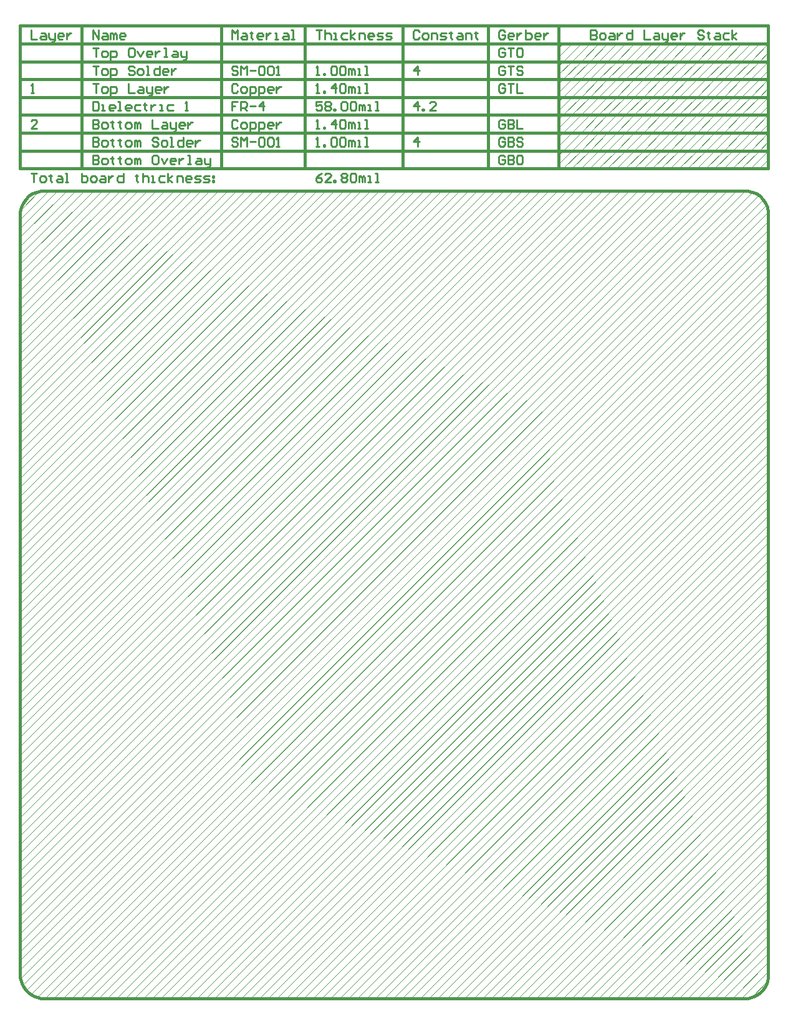
<source format=gbr>
%TF.GenerationSoftware,Altium Limited,Altium Designer,20.0.11 (256)*%
G04 Layer_Color=8388736*
%FSLAX26Y26*%
%MOIN*%
%TF.FileFunction,Other,Fab_Notes*%
%TF.Part,Single*%
G01*
G75*
%TA.AperFunction,NonConductor*%
%ADD113C,0.010000*%
%ADD170C,0.001000*%
%ADD175C,0.015000*%
D113*
X7245005Y4448284D02*
X7229099Y4440330D01*
X7213192Y4424424D01*
Y4408517D01*
X7221145Y4400564D01*
X7237052D01*
X7245005Y4408517D01*
Y4416471D01*
X7237052Y4424424D01*
X7213192D01*
X7292725Y4400564D02*
X7260912D01*
X7292725Y4432377D01*
Y4440330D01*
X7284771Y4448284D01*
X7268865D01*
X7260912Y4440330D01*
X7308631Y4400564D02*
Y4408517D01*
X7316584D01*
Y4400564D01*
X7308631D01*
X7348397Y4440330D02*
X7356350Y4448284D01*
X7372257D01*
X7380210Y4440330D01*
Y4432377D01*
X7372257Y4424424D01*
X7380210Y4416471D01*
Y4408517D01*
X7372257Y4400564D01*
X7356350D01*
X7348397Y4408517D01*
Y4416471D01*
X7356350Y4424424D01*
X7348397Y4432377D01*
Y4440330D01*
X7356350Y4424424D02*
X7372257D01*
X7396117Y4440330D02*
X7404070Y4448284D01*
X7419976D01*
X7427930Y4440330D01*
Y4408517D01*
X7419976Y4400564D01*
X7404070D01*
X7396117Y4408517D01*
Y4440330D01*
X7443836Y4400564D02*
Y4432377D01*
X7451789D01*
X7459743Y4424424D01*
Y4400564D01*
Y4424424D01*
X7467696Y4432377D01*
X7475649Y4424424D01*
Y4400564D01*
X7491556D02*
X7507462D01*
X7499509D01*
Y4432377D01*
X7491556D01*
X7531322Y4400564D02*
X7547228D01*
X7539275D01*
Y4448284D01*
X7531322D01*
X5689702D02*
X5721515D01*
X5705608D01*
Y4400564D01*
X5745375D02*
X5761281D01*
X5769234Y4408517D01*
Y4424424D01*
X5761281Y4432377D01*
X5745375D01*
X5737421Y4424424D01*
Y4408517D01*
X5745375Y4400564D01*
X5793094Y4440330D02*
Y4432377D01*
X5785141D01*
X5801047D01*
X5793094D01*
Y4408517D01*
X5801047Y4400564D01*
X5832860Y4432377D02*
X5848767D01*
X5856720Y4424424D01*
Y4400564D01*
X5832860D01*
X5824907Y4408517D01*
X5832860Y4416471D01*
X5856720D01*
X5872627Y4400564D02*
X5888533D01*
X5880580D01*
Y4448284D01*
X5872627D01*
X5960112D02*
Y4400564D01*
X5983972D01*
X5991925Y4408517D01*
Y4416471D01*
Y4424424D01*
X5983972Y4432377D01*
X5960112D01*
X6015785Y4400564D02*
X6031691D01*
X6039645Y4408517D01*
Y4424424D01*
X6031691Y4432377D01*
X6015785D01*
X6007832Y4424424D01*
Y4408517D01*
X6015785Y4400564D01*
X6063505Y4432377D02*
X6079411D01*
X6087364Y4424424D01*
Y4400564D01*
X6063505D01*
X6055551Y4408517D01*
X6063505Y4416471D01*
X6087364D01*
X6103271Y4432377D02*
Y4400564D01*
Y4416471D01*
X6111224Y4424424D01*
X6119177Y4432377D01*
X6127131D01*
X6182803Y4448284D02*
Y4400564D01*
X6158944D01*
X6150990Y4408517D01*
Y4424424D01*
X6158944Y4432377D01*
X6182803D01*
X6254382Y4440330D02*
Y4432377D01*
X6246429D01*
X6262336D01*
X6254382D01*
Y4408517D01*
X6262336Y4400564D01*
X6286195Y4448284D02*
Y4400564D01*
Y4424424D01*
X6294149Y4432377D01*
X6310055D01*
X6318008Y4424424D01*
Y4400564D01*
X6333915D02*
X6349822D01*
X6341868D01*
Y4432377D01*
X6333915D01*
X6405494D02*
X6381634D01*
X6373681Y4424424D01*
Y4408517D01*
X6381634Y4400564D01*
X6405494D01*
X6421401D02*
Y4448284D01*
Y4416471D02*
X6445260Y4432377D01*
X6421401Y4416471D02*
X6445260Y4400564D01*
X6469120D02*
Y4432377D01*
X6492980D01*
X6500933Y4424424D01*
Y4400564D01*
X6540699D02*
X6524793D01*
X6516840Y4408517D01*
Y4424424D01*
X6524793Y4432377D01*
X6540699D01*
X6548653Y4424424D01*
Y4416471D01*
X6516840D01*
X6564559Y4400564D02*
X6588419D01*
X6596372Y4408517D01*
X6588419Y4416471D01*
X6572512D01*
X6564559Y4424424D01*
X6572512Y4432377D01*
X6596372D01*
X6612279Y4400564D02*
X6636138D01*
X6644092Y4408517D01*
X6636138Y4416471D01*
X6620232D01*
X6612279Y4424424D01*
X6620232Y4432377D01*
X6644092D01*
X6659998D02*
X6667951D01*
Y4424424D01*
X6659998D01*
Y4432377D01*
Y4408517D02*
X6667951D01*
Y4400564D01*
X6659998D01*
Y4408517D01*
X8682061Y5212041D02*
Y5164322D01*
X8705921D01*
X8713874Y5172275D01*
Y5180228D01*
X8705921Y5188181D01*
X8682061D01*
X8705921D01*
X8713874Y5196135D01*
Y5204088D01*
X8705921Y5212041D01*
X8682061D01*
X8737734Y5164322D02*
X8753641D01*
X8761594Y5172275D01*
Y5188181D01*
X8753641Y5196135D01*
X8737734D01*
X8729781Y5188181D01*
Y5172275D01*
X8737734Y5164322D01*
X8785454Y5196135D02*
X8801360D01*
X8809313Y5188181D01*
Y5164322D01*
X8785454D01*
X8777500Y5172275D01*
X8785454Y5180228D01*
X8809313D01*
X8825220Y5196135D02*
Y5164322D01*
Y5180228D01*
X8833173Y5188181D01*
X8841126Y5196135D01*
X8849080D01*
X8904752Y5212041D02*
Y5164322D01*
X8880893D01*
X8872939Y5172275D01*
Y5188181D01*
X8880893Y5196135D01*
X8904752D01*
X8968378Y5212041D02*
Y5164322D01*
X9000191D01*
X9024051Y5196135D02*
X9039958D01*
X9047911Y5188181D01*
Y5164322D01*
X9024051D01*
X9016098Y5172275D01*
X9024051Y5180228D01*
X9047911D01*
X9063817Y5196135D02*
Y5172275D01*
X9071771Y5164322D01*
X9095630D01*
Y5156369D01*
X9087677Y5148415D01*
X9079724D01*
X9095630Y5164322D02*
Y5196135D01*
X9135397Y5164322D02*
X9119490D01*
X9111537Y5172275D01*
Y5188181D01*
X9119490Y5196135D01*
X9135397D01*
X9143350Y5188181D01*
Y5180228D01*
X9111537D01*
X9159256Y5196135D02*
Y5164322D01*
Y5180228D01*
X9167210Y5188181D01*
X9175163Y5196135D01*
X9183116D01*
X9286508Y5204088D02*
X9278555Y5212041D01*
X9262649D01*
X9254695Y5204088D01*
Y5196135D01*
X9262649Y5188181D01*
X9278555D01*
X9286508Y5180228D01*
Y5172275D01*
X9278555Y5164322D01*
X9262649D01*
X9254695Y5172275D01*
X9310368Y5204088D02*
Y5196135D01*
X9302415D01*
X9318321D01*
X9310368D01*
Y5172275D01*
X9318321Y5164322D01*
X9350134Y5196135D02*
X9366041D01*
X9373994Y5188181D01*
Y5164322D01*
X9350134D01*
X9342181Y5172275D01*
X9350134Y5180228D01*
X9373994D01*
X9421714Y5196135D02*
X9397854D01*
X9389901Y5188181D01*
Y5172275D01*
X9397854Y5164322D01*
X9421714D01*
X9437620D02*
Y5212041D01*
Y5180228D02*
X9461480Y5196135D01*
X9437620Y5180228D02*
X9461480Y5164322D01*
X8223550Y5108618D02*
X8215597Y5116572D01*
X8199690D01*
X8191737Y5108618D01*
Y5076805D01*
X8199690Y5068852D01*
X8215597D01*
X8223550Y5076805D01*
Y5092712D01*
X8207644D01*
X8239457Y5116572D02*
X8271270D01*
X8255363D01*
Y5068852D01*
X8311036Y5116572D02*
X8295129D01*
X8287176Y5108618D01*
Y5076805D01*
X8295129Y5068852D01*
X8311036D01*
X8318989Y5076805D01*
Y5108618D01*
X8311036Y5116572D01*
X8223550Y5013149D02*
X8215597Y5021102D01*
X8199690D01*
X8191737Y5013149D01*
Y4981336D01*
X8199690Y4973382D01*
X8215597D01*
X8223550Y4981336D01*
Y4997242D01*
X8207644D01*
X8239457Y5021102D02*
X8271270D01*
X8255363D01*
Y4973382D01*
X8318989Y5013149D02*
X8311036Y5021102D01*
X8295129D01*
X8287176Y5013149D01*
Y5005195D01*
X8295129Y4997242D01*
X8311036D01*
X8318989Y4989289D01*
Y4981336D01*
X8311036Y4973382D01*
X8295129D01*
X8287176Y4981336D01*
X8223550Y4917679D02*
X8215597Y4925632D01*
X8199690D01*
X8191737Y4917679D01*
Y4885866D01*
X8199690Y4877913D01*
X8215597D01*
X8223550Y4885866D01*
Y4901772D01*
X8207644D01*
X8239457Y4925632D02*
X8271270D01*
X8255363D01*
Y4877913D01*
X8287176Y4925632D02*
Y4877913D01*
X8318989D01*
X8223550Y4726739D02*
X8215597Y4734693D01*
X8199690D01*
X8191737Y4726739D01*
Y4694926D01*
X8199690Y4686973D01*
X8215597D01*
X8223550Y4694926D01*
Y4710833D01*
X8207644D01*
X8239457Y4734693D02*
Y4686973D01*
X8263316D01*
X8271270Y4694926D01*
Y4702880D01*
X8263316Y4710833D01*
X8239457D01*
X8263316D01*
X8271270Y4718786D01*
Y4726739D01*
X8263316Y4734693D01*
X8239457D01*
X8287176D02*
Y4686973D01*
X8318989D01*
X8223550Y4631270D02*
X8215597Y4639223D01*
X8199690D01*
X8191737Y4631270D01*
Y4599457D01*
X8199690Y4591504D01*
X8215597D01*
X8223550Y4599457D01*
Y4615363D01*
X8207644D01*
X8239457Y4639223D02*
Y4591504D01*
X8263316D01*
X8271270Y4599457D01*
Y4607410D01*
X8263316Y4615363D01*
X8239457D01*
X8263316D01*
X8271270Y4623317D01*
Y4631270D01*
X8263316Y4639223D01*
X8239457D01*
X8318989Y4631270D02*
X8311036Y4639223D01*
X8295129D01*
X8287176Y4631270D01*
Y4623317D01*
X8295129Y4615363D01*
X8311036D01*
X8318989Y4607410D01*
Y4599457D01*
X8311036Y4591504D01*
X8295129D01*
X8287176Y4599457D01*
X8223550Y4535800D02*
X8215597Y4543753D01*
X8199690D01*
X8191737Y4535800D01*
Y4503987D01*
X8199690Y4496034D01*
X8215597D01*
X8223550Y4503987D01*
Y4519894D01*
X8207644D01*
X8239457Y4543753D02*
Y4496034D01*
X8263316D01*
X8271270Y4503987D01*
Y4511940D01*
X8263316Y4519894D01*
X8239457D01*
X8263316D01*
X8271270Y4527847D01*
Y4535800D01*
X8263316Y4543753D01*
X8239457D01*
X8311036D02*
X8295129D01*
X8287176Y4535800D01*
Y4503987D01*
X8295129Y4496034D01*
X8311036D01*
X8318989Y4503987D01*
Y4535800D01*
X8311036Y4543753D01*
X8223550Y5204088D02*
X8215597Y5212041D01*
X8199690D01*
X8191737Y5204088D01*
Y5172275D01*
X8199690Y5164322D01*
X8215597D01*
X8223550Y5172275D01*
Y5188181D01*
X8207644D01*
X8263316Y5164322D02*
X8247410D01*
X8239457Y5172275D01*
Y5188181D01*
X8247410Y5196135D01*
X8263316D01*
X8271270Y5188181D01*
Y5180228D01*
X8239457D01*
X8287176Y5196135D02*
Y5164322D01*
Y5180228D01*
X8295129Y5188181D01*
X8303083Y5196135D01*
X8311036D01*
X8334896Y5212041D02*
Y5164322D01*
X8358755D01*
X8366709Y5172275D01*
Y5180228D01*
Y5188181D01*
X8358755Y5196135D01*
X8334896D01*
X8406475Y5164322D02*
X8390568D01*
X8382615Y5172275D01*
Y5188181D01*
X8390568Y5196135D01*
X8406475D01*
X8414428Y5188181D01*
Y5180228D01*
X8382615D01*
X8430335Y5196135D02*
Y5164322D01*
Y5180228D01*
X8438288Y5188181D01*
X8446241Y5196135D01*
X8454194D01*
X7758137Y4973382D02*
Y5021102D01*
X7734278Y4997242D01*
X7766091D01*
X7758137Y4782443D02*
Y4830163D01*
X7734278Y4806303D01*
X7766091D01*
X7781997Y4782443D02*
Y4790396D01*
X7789950D01*
Y4782443D01*
X7781997D01*
X7853576D02*
X7821763D01*
X7853576Y4814256D01*
Y4822209D01*
X7845623Y4830163D01*
X7829716D01*
X7821763Y4822209D01*
X7758137Y4591504D02*
Y4639223D01*
X7734278Y4615363D01*
X7766091D01*
Y5204088D02*
X7758137Y5212041D01*
X7742231D01*
X7734278Y5204088D01*
Y5172275D01*
X7742231Y5164322D01*
X7758137D01*
X7766091Y5172275D01*
X7789950Y5164322D02*
X7805857D01*
X7813810Y5172275D01*
Y5188181D01*
X7805857Y5196135D01*
X7789950D01*
X7781997Y5188181D01*
Y5172275D01*
X7789950Y5164322D01*
X7829717D02*
Y5196135D01*
X7853576D01*
X7861529Y5188181D01*
Y5164322D01*
X7877436D02*
X7901296D01*
X7909249Y5172275D01*
X7901296Y5180228D01*
X7885389D01*
X7877436Y5188181D01*
X7885389Y5196135D01*
X7909249D01*
X7933109Y5204088D02*
Y5196135D01*
X7925155D01*
X7941062D01*
X7933109D01*
Y5172275D01*
X7941062Y5164322D01*
X7972875Y5196135D02*
X7988781D01*
X7996735Y5188181D01*
Y5164322D01*
X7972875D01*
X7964922Y5172275D01*
X7972875Y5180228D01*
X7996735D01*
X8012641Y5164322D02*
Y5196135D01*
X8036501D01*
X8044454Y5188181D01*
Y5164322D01*
X8068314Y5204088D02*
Y5196135D01*
X8060361D01*
X8076267D01*
X8068314D01*
Y5172275D01*
X8076267Y5164322D01*
X7213192Y4973382D02*
X7229099D01*
X7221145D01*
Y5021102D01*
X7213192Y5013149D01*
X7252958Y4973382D02*
Y4981336D01*
X7260911D01*
Y4973382D01*
X7252958D01*
X7292724Y5013149D02*
X7300678Y5021102D01*
X7316584D01*
X7324537Y5013149D01*
Y4981336D01*
X7316584Y4973382D01*
X7300678D01*
X7292724Y4981336D01*
Y5013149D01*
X7340444D02*
X7348397Y5021102D01*
X7364304D01*
X7372257Y5013149D01*
Y4981336D01*
X7364304Y4973382D01*
X7348397D01*
X7340444Y4981336D01*
Y5013149D01*
X7388163Y4973382D02*
Y5005195D01*
X7396117D01*
X7404070Y4997242D01*
Y4973382D01*
Y4997242D01*
X7412023Y5005195D01*
X7419976Y4997242D01*
Y4973382D01*
X7435883D02*
X7451789D01*
X7443836D01*
Y5005195D01*
X7435883D01*
X7475649Y4973382D02*
X7491556D01*
X7483602D01*
Y5021102D01*
X7475649D01*
X7213192Y4877913D02*
X7229099D01*
X7221145D01*
Y4925632D01*
X7213192Y4917679D01*
X7252958Y4877913D02*
Y4885866D01*
X7260911D01*
Y4877913D01*
X7252958D01*
X7316584D02*
Y4925632D01*
X7292724Y4901772D01*
X7324537D01*
X7340444Y4917679D02*
X7348397Y4925632D01*
X7364304D01*
X7372257Y4917679D01*
Y4885866D01*
X7364304Y4877913D01*
X7348397D01*
X7340444Y4885866D01*
Y4917679D01*
X7388163Y4877913D02*
Y4909726D01*
X7396117D01*
X7404070Y4901772D01*
Y4877913D01*
Y4901772D01*
X7412023Y4909726D01*
X7419976Y4901772D01*
Y4877913D01*
X7435883D02*
X7451789D01*
X7443836D01*
Y4909726D01*
X7435883D01*
X7475649Y4877913D02*
X7491556D01*
X7483602D01*
Y4925632D01*
X7475649D01*
X7245005Y4830163D02*
X7213192D01*
Y4806303D01*
X7229099Y4814256D01*
X7237052D01*
X7245005Y4806303D01*
Y4790396D01*
X7237052Y4782443D01*
X7221145D01*
X7213192Y4790396D01*
X7260912Y4822209D02*
X7268865Y4830163D01*
X7284771D01*
X7292725Y4822209D01*
Y4814256D01*
X7284771Y4806303D01*
X7292725Y4798350D01*
Y4790396D01*
X7284771Y4782443D01*
X7268865D01*
X7260912Y4790396D01*
Y4798350D01*
X7268865Y4806303D01*
X7260912Y4814256D01*
Y4822209D01*
X7268865Y4806303D02*
X7284771D01*
X7308631Y4782443D02*
Y4790396D01*
X7316584D01*
Y4782443D01*
X7308631D01*
X7348397Y4822209D02*
X7356350Y4830163D01*
X7372257D01*
X7380210Y4822209D01*
Y4790396D01*
X7372257Y4782443D01*
X7356350D01*
X7348397Y4790396D01*
Y4822209D01*
X7396117D02*
X7404070Y4830163D01*
X7419976D01*
X7427930Y4822209D01*
Y4790396D01*
X7419976Y4782443D01*
X7404070D01*
X7396117Y4790396D01*
Y4822209D01*
X7443836Y4782443D02*
Y4814256D01*
X7451789D01*
X7459743Y4806303D01*
Y4782443D01*
Y4806303D01*
X7467696Y4814256D01*
X7475649Y4806303D01*
Y4782443D01*
X7491556D02*
X7507462D01*
X7499509D01*
Y4814256D01*
X7491556D01*
X7531322Y4782443D02*
X7547228D01*
X7539275D01*
Y4830163D01*
X7531322D01*
X7213192Y4686973D02*
X7229099D01*
X7221145D01*
Y4734693D01*
X7213192Y4726739D01*
X7252958Y4686973D02*
Y4694926D01*
X7260911D01*
Y4686973D01*
X7252958D01*
X7316584D02*
Y4734693D01*
X7292724Y4710833D01*
X7324537D01*
X7340444Y4726739D02*
X7348397Y4734693D01*
X7364304D01*
X7372257Y4726739D01*
Y4694926D01*
X7364304Y4686973D01*
X7348397D01*
X7340444Y4694926D01*
Y4726739D01*
X7388163Y4686973D02*
Y4718786D01*
X7396117D01*
X7404070Y4710833D01*
Y4686973D01*
Y4710833D01*
X7412023Y4718786D01*
X7419976Y4710833D01*
Y4686973D01*
X7435883D02*
X7451789D01*
X7443836D01*
Y4718786D01*
X7435883D01*
X7475649Y4686973D02*
X7491556D01*
X7483602D01*
Y4734693D01*
X7475649D01*
X7213192Y4591504D02*
X7229099D01*
X7221145D01*
Y4639223D01*
X7213192Y4631270D01*
X7252958Y4591504D02*
Y4599457D01*
X7260911D01*
Y4591504D01*
X7252958D01*
X7292724Y4631270D02*
X7300678Y4639223D01*
X7316584D01*
X7324537Y4631270D01*
Y4599457D01*
X7316584Y4591504D01*
X7300678D01*
X7292724Y4599457D01*
Y4631270D01*
X7340444D02*
X7348397Y4639223D01*
X7364304D01*
X7372257Y4631270D01*
Y4599457D01*
X7364304Y4591504D01*
X7348397D01*
X7340444Y4599457D01*
Y4631270D01*
X7388163Y4591504D02*
Y4623317D01*
X7396117D01*
X7404070Y4615363D01*
Y4591504D01*
Y4615363D01*
X7412023Y4623317D01*
X7419976Y4615363D01*
Y4591504D01*
X7435883D02*
X7451789D01*
X7443836D01*
Y4623317D01*
X7435883D01*
X7475649Y4591504D02*
X7491556D01*
X7483602D01*
Y4639223D01*
X7475649D01*
X7213192Y5212041D02*
X7245005D01*
X7229099D01*
Y5164322D01*
X7260912Y5212041D02*
Y5164322D01*
Y5188181D01*
X7268865Y5196135D01*
X7284771D01*
X7292725Y5188181D01*
Y5164322D01*
X7308631D02*
X7324538D01*
X7316584D01*
Y5196135D01*
X7308631D01*
X7380210D02*
X7356350D01*
X7348397Y5188181D01*
Y5172275D01*
X7356350Y5164322D01*
X7380210D01*
X7396117D02*
Y5212041D01*
Y5180228D02*
X7419976Y5196135D01*
X7396117Y5180228D02*
X7419976Y5164322D01*
X7443836D02*
Y5196135D01*
X7467696D01*
X7475649Y5188181D01*
Y5164322D01*
X7515415D02*
X7499509D01*
X7491556Y5172275D01*
Y5188181D01*
X7499509Y5196135D01*
X7515415D01*
X7523369Y5188181D01*
Y5180228D01*
X7491556D01*
X7539275Y5164322D02*
X7563135D01*
X7571088Y5172275D01*
X7563135Y5180228D01*
X7547228D01*
X7539275Y5188181D01*
X7547228Y5196135D01*
X7571088D01*
X7586995Y5164322D02*
X7610854D01*
X7618808Y5172275D01*
X7610854Y5180228D01*
X7594948D01*
X7586995Y5188181D01*
X7594948Y5196135D01*
X7618808D01*
X6795499Y5013149D02*
X6787546Y5021102D01*
X6771639D01*
X6763686Y5013149D01*
Y5005195D01*
X6771639Y4997242D01*
X6787546D01*
X6795499Y4989289D01*
Y4981336D01*
X6787546Y4973382D01*
X6771639D01*
X6763686Y4981336D01*
X6811405Y4973382D02*
Y5021102D01*
X6827312Y5005195D01*
X6843218Y5021102D01*
Y4973382D01*
X6859125Y4997242D02*
X6890938D01*
X6906844Y5013149D02*
X6914797Y5021102D01*
X6930704D01*
X6938657Y5013149D01*
Y4981336D01*
X6930704Y4973382D01*
X6914797D01*
X6906844Y4981336D01*
Y5013149D01*
X6954564D02*
X6962517Y5021102D01*
X6978423D01*
X6986377Y5013149D01*
Y4981336D01*
X6978423Y4973382D01*
X6962517D01*
X6954564Y4981336D01*
Y5013149D01*
X7002283Y4973382D02*
X7018190D01*
X7010236D01*
Y5021102D01*
X7002283Y5013149D01*
X6795499Y4917679D02*
X6787546Y4925632D01*
X6771639D01*
X6763686Y4917679D01*
Y4885866D01*
X6771639Y4877913D01*
X6787546D01*
X6795499Y4885866D01*
X6819359Y4877913D02*
X6835265D01*
X6843218Y4885866D01*
Y4901772D01*
X6835265Y4909726D01*
X6819359D01*
X6811405Y4901772D01*
Y4885866D01*
X6819359Y4877913D01*
X6859125Y4862006D02*
Y4909726D01*
X6882984D01*
X6890938Y4901772D01*
Y4885866D01*
X6882984Y4877913D01*
X6859125D01*
X6906844Y4862006D02*
Y4909726D01*
X6930704D01*
X6938657Y4901772D01*
Y4885866D01*
X6930704Y4877913D01*
X6906844D01*
X6978423D02*
X6962517D01*
X6954564Y4885866D01*
Y4901772D01*
X6962517Y4909726D01*
X6978423D01*
X6986377Y4901772D01*
Y4893819D01*
X6954564D01*
X7002283Y4909726D02*
Y4877913D01*
Y4893819D01*
X7010236Y4901772D01*
X7018190Y4909726D01*
X7026143D01*
X6795499Y4830163D02*
X6763686D01*
Y4806303D01*
X6779592D01*
X6763686D01*
Y4782443D01*
X6811405D02*
Y4830163D01*
X6835265D01*
X6843218Y4822209D01*
Y4806303D01*
X6835265Y4798350D01*
X6811405D01*
X6827312D02*
X6843218Y4782443D01*
X6859125Y4806303D02*
X6890938D01*
X6930704Y4782443D02*
Y4830163D01*
X6906844Y4806303D01*
X6938657D01*
X6795499Y4726739D02*
X6787546Y4734693D01*
X6771639D01*
X6763686Y4726739D01*
Y4694926D01*
X6771639Y4686973D01*
X6787546D01*
X6795499Y4694926D01*
X6819359Y4686973D02*
X6835265D01*
X6843218Y4694926D01*
Y4710833D01*
X6835265Y4718786D01*
X6819359D01*
X6811405Y4710833D01*
Y4694926D01*
X6819359Y4686973D01*
X6859125Y4671067D02*
Y4718786D01*
X6882984D01*
X6890938Y4710833D01*
Y4694926D01*
X6882984Y4686973D01*
X6859125D01*
X6906844Y4671067D02*
Y4718786D01*
X6930704D01*
X6938657Y4710833D01*
Y4694926D01*
X6930704Y4686973D01*
X6906844D01*
X6978423D02*
X6962517D01*
X6954564Y4694926D01*
Y4710833D01*
X6962517Y4718786D01*
X6978423D01*
X6986377Y4710833D01*
Y4702880D01*
X6954564D01*
X7002283Y4718786D02*
Y4686973D01*
Y4702880D01*
X7010236Y4710833D01*
X7018190Y4718786D01*
X7026143D01*
X6795499Y4631270D02*
X6787546Y4639223D01*
X6771639D01*
X6763686Y4631270D01*
Y4623317D01*
X6771639Y4615363D01*
X6787546D01*
X6795499Y4607410D01*
Y4599457D01*
X6787546Y4591504D01*
X6771639D01*
X6763686Y4599457D01*
X6811405Y4591504D02*
Y4639223D01*
X6827312Y4623317D01*
X6843218Y4639223D01*
Y4591504D01*
X6859125Y4615363D02*
X6890938D01*
X6906844Y4631270D02*
X6914797Y4639223D01*
X6930704D01*
X6938657Y4631270D01*
Y4599457D01*
X6930704Y4591504D01*
X6914797D01*
X6906844Y4599457D01*
Y4631270D01*
X6954564D02*
X6962517Y4639223D01*
X6978423D01*
X6986377Y4631270D01*
Y4599457D01*
X6978423Y4591504D01*
X6962517D01*
X6954564Y4599457D01*
Y4631270D01*
X7002283Y4591504D02*
X7018190D01*
X7010236D01*
Y4639223D01*
X7002283Y4631270D01*
X6763686Y5164322D02*
Y5212041D01*
X6779592Y5196135D01*
X6795499Y5212041D01*
Y5164322D01*
X6819359Y5196135D02*
X6835265D01*
X6843218Y5188181D01*
Y5164322D01*
X6819359D01*
X6811405Y5172275D01*
X6819359Y5180228D01*
X6843218D01*
X6867078Y5204088D02*
Y5196135D01*
X6859125D01*
X6875031D01*
X6867078D01*
Y5172275D01*
X6875031Y5164322D01*
X6922751D02*
X6906844D01*
X6898891Y5172275D01*
Y5188181D01*
X6906844Y5196135D01*
X6922751D01*
X6930704Y5188181D01*
Y5180228D01*
X6898891D01*
X6946610Y5196135D02*
Y5164322D01*
Y5180228D01*
X6954564Y5188181D01*
X6962517Y5196135D01*
X6970470D01*
X6994330Y5164322D02*
X7010236D01*
X7002283D01*
Y5196135D01*
X6994330D01*
X7042049D02*
X7057956D01*
X7065909Y5188181D01*
Y5164322D01*
X7042049D01*
X7034096Y5172275D01*
X7042049Y5180228D01*
X7065909D01*
X7081816Y5164322D02*
X7097722D01*
X7089769D01*
Y5212041D01*
X7081816D01*
X6019909Y5116572D02*
X6051722D01*
X6035816D01*
Y5068852D01*
X6075582D02*
X6091489D01*
X6099442Y5076805D01*
Y5092712D01*
X6091489Y5100665D01*
X6075582D01*
X6067629Y5092712D01*
Y5076805D01*
X6075582Y5068852D01*
X6115348Y5052946D02*
Y5100665D01*
X6139208D01*
X6147161Y5092712D01*
Y5076805D01*
X6139208Y5068852D01*
X6115348D01*
X6234647Y5116572D02*
X6218741D01*
X6210787Y5108618D01*
Y5076805D01*
X6218741Y5068852D01*
X6234647D01*
X6242600Y5076805D01*
Y5108618D01*
X6234647Y5116572D01*
X6258507Y5100665D02*
X6274413Y5068852D01*
X6290320Y5100665D01*
X6330086Y5068852D02*
X6314180D01*
X6306226Y5076805D01*
Y5092712D01*
X6314180Y5100665D01*
X6330086D01*
X6338039Y5092712D01*
Y5084759D01*
X6306226D01*
X6353946Y5100665D02*
Y5068852D01*
Y5084759D01*
X6361899Y5092712D01*
X6369852Y5100665D01*
X6377806D01*
X6401665Y5068852D02*
X6417572D01*
X6409619D01*
Y5116572D01*
X6401665D01*
X6449385Y5100665D02*
X6465291D01*
X6473245Y5092712D01*
Y5068852D01*
X6449385D01*
X6441432Y5076805D01*
X6449385Y5084759D01*
X6473245D01*
X6489151Y5100665D02*
Y5076805D01*
X6497104Y5068852D01*
X6520964D01*
Y5060899D01*
X6513011Y5052946D01*
X6505058D01*
X6520964Y5068852D02*
Y5100665D01*
X6019909Y5021102D02*
X6051722D01*
X6035816D01*
Y4973382D01*
X6075582D02*
X6091489D01*
X6099442Y4981336D01*
Y4997242D01*
X6091489Y5005195D01*
X6075582D01*
X6067629Y4997242D01*
Y4981336D01*
X6075582Y4973382D01*
X6115348Y4957476D02*
Y5005195D01*
X6139208D01*
X6147161Y4997242D01*
Y4981336D01*
X6139208Y4973382D01*
X6115348D01*
X6242600Y5013149D02*
X6234647Y5021102D01*
X6218741D01*
X6210787Y5013149D01*
Y5005195D01*
X6218741Y4997242D01*
X6234647D01*
X6242600Y4989289D01*
Y4981336D01*
X6234647Y4973382D01*
X6218741D01*
X6210787Y4981336D01*
X6266460Y4973382D02*
X6282367D01*
X6290320Y4981336D01*
Y4997242D01*
X6282367Y5005195D01*
X6266460D01*
X6258507Y4997242D01*
Y4981336D01*
X6266460Y4973382D01*
X6306226D02*
X6322133D01*
X6314180D01*
Y5021102D01*
X6306226D01*
X6377806D02*
Y4973382D01*
X6353946D01*
X6345993Y4981336D01*
Y4997242D01*
X6353946Y5005195D01*
X6377806D01*
X6417572Y4973382D02*
X6401665D01*
X6393712Y4981336D01*
Y4997242D01*
X6401665Y5005195D01*
X6417572D01*
X6425525Y4997242D01*
Y4989289D01*
X6393712D01*
X6441432Y5005195D02*
Y4973382D01*
Y4989289D01*
X6449385Y4997242D01*
X6457338Y5005195D01*
X6465291D01*
X6019909Y4925632D02*
X6051722D01*
X6035816D01*
Y4877913D01*
X6075582D02*
X6091489D01*
X6099442Y4885866D01*
Y4901772D01*
X6091489Y4909726D01*
X6075582D01*
X6067629Y4901772D01*
Y4885866D01*
X6075582Y4877913D01*
X6115348Y4862006D02*
Y4909726D01*
X6139208D01*
X6147161Y4901772D01*
Y4885866D01*
X6139208Y4877913D01*
X6115348D01*
X6210787Y4925632D02*
Y4877913D01*
X6242600D01*
X6266460Y4909726D02*
X6282367D01*
X6290320Y4901772D01*
Y4877913D01*
X6266460D01*
X6258507Y4885866D01*
X6266460Y4893819D01*
X6290320D01*
X6306226Y4909726D02*
Y4885866D01*
X6314180Y4877913D01*
X6338039D01*
Y4869959D01*
X6330086Y4862006D01*
X6322133D01*
X6338039Y4877913D02*
Y4909726D01*
X6377806Y4877913D02*
X6361899D01*
X6353946Y4885866D01*
Y4901772D01*
X6361899Y4909726D01*
X6377806D01*
X6385759Y4901772D01*
Y4893819D01*
X6353946D01*
X6401665Y4909726D02*
Y4877913D01*
Y4893819D01*
X6409619Y4901772D01*
X6417572Y4909726D01*
X6425525D01*
X6019909Y4830163D02*
Y4782443D01*
X6043769D01*
X6051722Y4790396D01*
Y4822209D01*
X6043769Y4830163D01*
X6019909D01*
X6067629Y4782443D02*
X6083535D01*
X6075582D01*
Y4814256D01*
X6067629D01*
X6131255Y4782443D02*
X6115348D01*
X6107395Y4790396D01*
Y4806303D01*
X6115348Y4814256D01*
X6131255D01*
X6139208Y4806303D01*
Y4798350D01*
X6107395D01*
X6155115Y4782443D02*
X6171021D01*
X6163068D01*
Y4830163D01*
X6155115D01*
X6218740Y4782443D02*
X6202834D01*
X6194881Y4790396D01*
Y4806303D01*
X6202834Y4814256D01*
X6218740D01*
X6226694Y4806303D01*
Y4798350D01*
X6194881D01*
X6274413Y4814256D02*
X6250553D01*
X6242600Y4806303D01*
Y4790396D01*
X6250553Y4782443D01*
X6274413D01*
X6298273Y4822209D02*
Y4814256D01*
X6290320D01*
X6306226D01*
X6298273D01*
Y4790396D01*
X6306226Y4782443D01*
X6330086Y4814256D02*
Y4782443D01*
Y4798350D01*
X6338039Y4806303D01*
X6345993Y4814256D01*
X6353946D01*
X6377806Y4782443D02*
X6393712D01*
X6385759D01*
Y4814256D01*
X6377806D01*
X6449385D02*
X6425525D01*
X6417572Y4806303D01*
Y4790396D01*
X6425525Y4782443D01*
X6449385D01*
X6513011D02*
X6528917D01*
X6520964D01*
Y4830163D01*
X6513011Y4822209D01*
X6019909Y4734693D02*
Y4686973D01*
X6043769D01*
X6051722Y4694926D01*
Y4702880D01*
X6043769Y4710833D01*
X6019909D01*
X6043769D01*
X6051722Y4718786D01*
Y4726739D01*
X6043769Y4734693D01*
X6019909D01*
X6075582Y4686973D02*
X6091489D01*
X6099442Y4694926D01*
Y4710833D01*
X6091489Y4718786D01*
X6075582D01*
X6067629Y4710833D01*
Y4694926D01*
X6075582Y4686973D01*
X6123302Y4726739D02*
Y4718786D01*
X6115348D01*
X6131255D01*
X6123302D01*
Y4694926D01*
X6131255Y4686973D01*
X6163068Y4726739D02*
Y4718786D01*
X6155115D01*
X6171021D01*
X6163068D01*
Y4694926D01*
X6171021Y4686973D01*
X6202834D02*
X6218740D01*
X6226694Y4694926D01*
Y4710833D01*
X6218740Y4718786D01*
X6202834D01*
X6194881Y4710833D01*
Y4694926D01*
X6202834Y4686973D01*
X6242600D02*
Y4718786D01*
X6250553D01*
X6258507Y4710833D01*
Y4686973D01*
Y4710833D01*
X6266460Y4718786D01*
X6274413Y4710833D01*
Y4686973D01*
X6338039Y4734693D02*
Y4686973D01*
X6369852D01*
X6393712Y4718786D02*
X6409618D01*
X6417572Y4710833D01*
Y4686973D01*
X6393712D01*
X6385759Y4694926D01*
X6393712Y4702880D01*
X6417572D01*
X6433478Y4718786D02*
Y4694926D01*
X6441431Y4686973D01*
X6465291D01*
Y4679020D01*
X6457338Y4671067D01*
X6449385D01*
X6465291Y4686973D02*
Y4718786D01*
X6505057Y4686973D02*
X6489151D01*
X6481198Y4694926D01*
Y4710833D01*
X6489151Y4718786D01*
X6505057D01*
X6513011Y4710833D01*
Y4702880D01*
X6481198D01*
X6528917Y4718786D02*
Y4686973D01*
Y4702880D01*
X6536870Y4710833D01*
X6544824Y4718786D01*
X6552777D01*
X6019909Y4639223D02*
Y4591504D01*
X6043769D01*
X6051722Y4599457D01*
Y4607410D01*
X6043769Y4615363D01*
X6019909D01*
X6043769D01*
X6051722Y4623317D01*
Y4631270D01*
X6043769Y4639223D01*
X6019909D01*
X6075582Y4591504D02*
X6091489D01*
X6099442Y4599457D01*
Y4615363D01*
X6091489Y4623317D01*
X6075582D01*
X6067629Y4615363D01*
Y4599457D01*
X6075582Y4591504D01*
X6123302Y4631270D02*
Y4623317D01*
X6115348D01*
X6131255D01*
X6123302D01*
Y4599457D01*
X6131255Y4591504D01*
X6163068Y4631270D02*
Y4623317D01*
X6155115D01*
X6171021D01*
X6163068D01*
Y4599457D01*
X6171021Y4591504D01*
X6202834D02*
X6218740D01*
X6226694Y4599457D01*
Y4615363D01*
X6218740Y4623317D01*
X6202834D01*
X6194881Y4615363D01*
Y4599457D01*
X6202834Y4591504D01*
X6242600D02*
Y4623317D01*
X6250553D01*
X6258507Y4615363D01*
Y4591504D01*
Y4615363D01*
X6266460Y4623317D01*
X6274413Y4615363D01*
Y4591504D01*
X6369852Y4631270D02*
X6361899Y4639223D01*
X6345993D01*
X6338039Y4631270D01*
Y4623317D01*
X6345993Y4615363D01*
X6361899D01*
X6369852Y4607410D01*
Y4599457D01*
X6361899Y4591504D01*
X6345993D01*
X6338039Y4599457D01*
X6393712Y4591504D02*
X6409618D01*
X6417572Y4599457D01*
Y4615363D01*
X6409618Y4623317D01*
X6393712D01*
X6385759Y4615363D01*
Y4599457D01*
X6393712Y4591504D01*
X6433478D02*
X6449385D01*
X6441431D01*
Y4639223D01*
X6433478D01*
X6505057D02*
Y4591504D01*
X6481198D01*
X6473244Y4599457D01*
Y4615363D01*
X6481198Y4623317D01*
X6505057D01*
X6544824Y4591504D02*
X6528917D01*
X6520964Y4599457D01*
Y4615363D01*
X6528917Y4623317D01*
X6544824D01*
X6552777Y4615363D01*
Y4607410D01*
X6520964D01*
X6568684Y4623317D02*
Y4591504D01*
Y4607410D01*
X6576637Y4615363D01*
X6584590Y4623317D01*
X6592543D01*
X6019909Y4543753D02*
Y4496034D01*
X6043769D01*
X6051722Y4503987D01*
Y4511940D01*
X6043769Y4519894D01*
X6019909D01*
X6043769D01*
X6051722Y4527847D01*
Y4535800D01*
X6043769Y4543753D01*
X6019909D01*
X6075582Y4496034D02*
X6091489D01*
X6099442Y4503987D01*
Y4519894D01*
X6091489Y4527847D01*
X6075582D01*
X6067629Y4519894D01*
Y4503987D01*
X6075582Y4496034D01*
X6123302Y4535800D02*
Y4527847D01*
X6115348D01*
X6131255D01*
X6123302D01*
Y4503987D01*
X6131255Y4496034D01*
X6163068Y4535800D02*
Y4527847D01*
X6155115D01*
X6171021D01*
X6163068D01*
Y4503987D01*
X6171021Y4496034D01*
X6202834D02*
X6218740D01*
X6226694Y4503987D01*
Y4519894D01*
X6218740Y4527847D01*
X6202834D01*
X6194881Y4519894D01*
Y4503987D01*
X6202834Y4496034D01*
X6242600D02*
Y4527847D01*
X6250553D01*
X6258507Y4519894D01*
Y4496034D01*
Y4519894D01*
X6266460Y4527847D01*
X6274413Y4519894D01*
Y4496034D01*
X6361899Y4543753D02*
X6345993D01*
X6338039Y4535800D01*
Y4503987D01*
X6345993Y4496034D01*
X6361899D01*
X6369852Y4503987D01*
Y4535800D01*
X6361899Y4543753D01*
X6385759Y4527847D02*
X6401665Y4496034D01*
X6417572Y4527847D01*
X6457338Y4496034D02*
X6441431D01*
X6433478Y4503987D01*
Y4519894D01*
X6441431Y4527847D01*
X6457338D01*
X6465291Y4519894D01*
Y4511940D01*
X6433478D01*
X6481198Y4527847D02*
Y4496034D01*
Y4511940D01*
X6489151Y4519894D01*
X6497104Y4527847D01*
X6505057D01*
X6528917Y4496034D02*
X6544824D01*
X6536870D01*
Y4543753D01*
X6528917D01*
X6576637Y4527847D02*
X6592543D01*
X6600497Y4519894D01*
Y4496034D01*
X6576637D01*
X6568684Y4503987D01*
X6576637Y4511940D01*
X6600497D01*
X6616403Y4527847D02*
Y4503987D01*
X6624356Y4496034D01*
X6648216D01*
Y4488081D01*
X6640263Y4480127D01*
X6632310D01*
X6648216Y4496034D02*
Y4527847D01*
X6019909Y5164322D02*
Y5212041D01*
X6051722Y5164322D01*
Y5212041D01*
X6075582Y5196135D02*
X6091489D01*
X6099442Y5188181D01*
Y5164322D01*
X6075582D01*
X6067629Y5172275D01*
X6075582Y5180228D01*
X6099442D01*
X6115348Y5164322D02*
Y5196135D01*
X6123302D01*
X6131255Y5188181D01*
Y5164322D01*
Y5188181D01*
X6139208Y5196135D01*
X6147161Y5188181D01*
Y5164322D01*
X6186928D02*
X6171021D01*
X6163068Y5172275D01*
Y5188181D01*
X6171021Y5196135D01*
X6186928D01*
X6194881Y5188181D01*
Y5180228D01*
X6163068D01*
X5689702Y4877913D02*
X5705608D01*
X5697655D01*
Y4925632D01*
X5689702Y4917679D01*
X5721515Y4686973D02*
X5689702D01*
X5721515Y4718786D01*
Y4726739D01*
X5713562Y4734693D01*
X5697655D01*
X5689702Y4726739D01*
Y5212041D02*
Y5164322D01*
X5721515D01*
X5745375Y5196135D02*
X5761281D01*
X5769234Y5188181D01*
Y5164322D01*
X5745375D01*
X5737421Y5172275D01*
X5745375Y5180228D01*
X5769234D01*
X5785141Y5196135D02*
Y5172275D01*
X5793094Y5164322D01*
X5816954D01*
Y5156369D01*
X5809001Y5148415D01*
X5801047D01*
X5816954Y5164322D02*
Y5196135D01*
X5856720Y5164322D02*
X5840814D01*
X5832860Y5172275D01*
Y5188181D01*
X5840814Y5196135D01*
X5856720D01*
X5864673Y5188181D01*
Y5180228D01*
X5832860D01*
X5880580Y5196135D02*
Y5164322D01*
Y5180228D01*
X5888533Y5188181D01*
X5896486Y5196135D01*
X5904440D01*
D170*
X5633588Y4250288D02*
X5735274Y4351974D01*
X5631966Y4200932D02*
X5784406Y4353371D01*
X5631966Y4153197D02*
X5832141Y4353371D01*
X5631966Y4105462D02*
X5879876Y4353371D01*
X5631966Y4057727D02*
X5927611Y4353371D01*
X5631966Y4009992D02*
X5975346Y4353371D01*
X5631966Y3962257D02*
X6023081Y4353371D01*
X5631966Y3914522D02*
X6070815Y4353371D01*
X5631966Y3866787D02*
X6118550Y4353371D01*
X5631966Y3819052D02*
X6166285Y4353371D01*
X5631966Y3771318D02*
X6214020Y4353371D01*
X5631966Y3723583D02*
X6261755Y4353371D01*
X5631966Y3675848D02*
X6309490Y4353371D01*
X5631966Y3628113D02*
X6357225Y4353371D01*
X5631966Y3580378D02*
X6404960Y4353371D01*
X5631966Y3532643D02*
X6452695Y4353371D01*
X5631966Y3484908D02*
X6500430Y4353371D01*
X5631966Y3437173D02*
X6548164Y4353371D01*
X5631966Y3389438D02*
X6595899Y4353371D01*
X5631966Y3341703D02*
X6643634Y4353371D01*
X5631966Y3293968D02*
X6691369Y4353371D01*
X5631966Y3246234D02*
X6739104Y4353371D01*
X5631966Y3198499D02*
X6786839Y4353371D01*
X5631966Y3150764D02*
X6834574Y4353371D01*
X5631966Y3103029D02*
X6882309Y4353371D01*
X5631966Y3055294D02*
X6930044Y4353371D01*
X5631966Y3007559D02*
X6977779Y4353371D01*
X5631966Y2959824D02*
X7025513Y4353371D01*
X5631966Y2912089D02*
X7073248Y4353371D01*
X5631966Y2864354D02*
X7120983Y4353371D01*
X5631966Y2816619D02*
X7168718Y4353371D01*
X5631966Y2768885D02*
X7216453Y4353371D01*
X5631966Y2721150D02*
X7264188Y4353371D01*
X5631966Y2673415D02*
X7311923Y4353371D01*
X5631966Y2625680D02*
X7359658Y4353371D01*
X5631966Y2577945D02*
X7407393Y4353371D01*
X5631966Y2530210D02*
X7455127Y4353371D01*
X5631966Y2482475D02*
X7502862Y4353371D01*
X5631966Y2434740D02*
X7550597Y4353371D01*
X5631966Y2387005D02*
X7598332Y4353371D01*
X5631966Y2339271D02*
X7646067Y4353371D01*
X5631966Y2291536D02*
X7693802Y4353371D01*
X5631966Y2243801D02*
X7741537Y4353371D01*
X5631966Y2196066D02*
X7789272Y4353371D01*
X5631966Y2148331D02*
X7837007Y4353371D01*
X5631966Y2100596D02*
X7884742Y4353371D01*
X5631966Y2052861D02*
X7932477Y4353371D01*
X5631966Y2005126D02*
X7980211Y4353371D01*
X5631966Y1957391D02*
X8027946Y4353371D01*
X5631966Y1909656D02*
X8075681Y4353371D01*
X5631966Y1861921D02*
X8123416Y4353371D01*
X5631966Y1814187D02*
X8171151Y4353371D01*
X5631966Y1766452D02*
X8218886Y4353371D01*
X5631966Y1718717D02*
X8266621Y4353371D01*
X5631966Y1670982D02*
X8314356Y4353371D01*
X5631966Y1623247D02*
X8362091Y4353371D01*
X5631966Y1575512D02*
X8409825Y4353371D01*
X5631966Y1527777D02*
X8457560Y4353371D01*
X5631966Y1480042D02*
X8505295Y4353371D01*
X5631966Y1432307D02*
X8553030Y4353371D01*
X5631966Y1384572D02*
X8600765Y4353371D01*
X5631966Y1336838D02*
X8648500Y4353371D01*
X5631966Y1289103D02*
X8696235Y4353371D01*
X5631966Y1241368D02*
X8743970Y4353371D01*
X5631966Y1193633D02*
X8791705Y4353371D01*
X5631966Y1145898D02*
X8839440Y4353371D01*
X5631966Y1098163D02*
X8887174Y4353371D01*
X5631966Y1050428D02*
X8934909Y4353371D01*
X5631966Y1002693D02*
X8982644Y4353371D01*
X5631966Y954958D02*
X9030379Y4353371D01*
X5631966Y907223D02*
X9078114Y4353371D01*
X5631966Y859489D02*
X9125849Y4353371D01*
X5631966Y811754D02*
X9173584Y4353371D01*
X5631966Y764019D02*
X9221319Y4353371D01*
X5631966Y716284D02*
X9269054Y4353371D01*
X5631966Y668549D02*
X9316789Y4353371D01*
X5631966Y620814D02*
X9364523Y4353371D01*
X5631966Y573079D02*
X9412258Y4353371D01*
X5631966Y525344D02*
X9459993Y4353371D01*
X5631966Y477609D02*
X9507728Y4353371D01*
X5631966Y429875D02*
X9548916Y4346824D01*
X5631966Y382140D02*
X9580214Y4330387D01*
X5631966Y334405D02*
X9604941Y4307380D01*
X5631966Y286670D02*
X9622309Y4277012D01*
X5631966Y238935D02*
X9631613Y4238581D01*
X5631966Y191200D02*
X9631613Y4190846D01*
X5632819Y144318D02*
X9631613Y4143111D01*
X5643816Y107580D02*
X9631613Y4095377D01*
X5662753Y78782D02*
X9631613Y4047642D01*
X5688577Y56871D02*
X9631613Y3999907D01*
X5721039Y41598D02*
X9631613Y3952172D01*
X5764545Y37369D02*
X9631613Y3904437D01*
X5812280Y37369D02*
X9631613Y3856702D01*
X5860015Y37369D02*
X9631613Y3808967D01*
X5907749Y37369D02*
X9631613Y3761232D01*
X5955484Y37369D02*
X9631613Y3713497D01*
X6003219Y37369D02*
X9631613Y3665762D01*
X6050954Y37369D02*
X9631613Y3618028D01*
X6098689Y37369D02*
X9631613Y3570293D01*
X6146424Y37369D02*
X9631613Y3522558D01*
X6194159Y37369D02*
X9631613Y3474823D01*
X6241894Y37369D02*
X9631613Y3427088D01*
X6289629Y37369D02*
X9631613Y3379353D01*
X6337364Y37369D02*
X9631613Y3331618D01*
X6385098Y37369D02*
X9631613Y3283883D01*
X6432833Y37369D02*
X9631613Y3236148D01*
X6480568Y37369D02*
X9631613Y3188414D01*
X6528303Y37369D02*
X9631613Y3140679D01*
X6576038Y37369D02*
X9631613Y3092944D01*
X6623773Y37369D02*
X9631613Y3045209D01*
X6671508Y37369D02*
X9631613Y2997474D01*
X6719243Y37369D02*
X9631613Y2949739D01*
X6766978Y37369D02*
X9631613Y2902004D01*
X6814712Y37369D02*
X9631613Y2854269D01*
X6862447Y37369D02*
X9631613Y2806534D01*
X6910182Y37369D02*
X9631613Y2758799D01*
X6957917Y37369D02*
X9631613Y2711064D01*
X7005652Y37369D02*
X9631613Y2663330D01*
X7053387Y37369D02*
X9631613Y2615595D01*
X7101122Y37369D02*
X9631613Y2567860D01*
X7148857Y37369D02*
X9631613Y2520125D01*
X7196592Y37369D02*
X9631613Y2472390D01*
X7244327Y37369D02*
X9631613Y2424655D01*
X7292061Y37369D02*
X9631613Y2376920D01*
X7339796Y37369D02*
X9631613Y2329185D01*
X7387531Y37369D02*
X9631613Y2281450D01*
X7435266Y37369D02*
X9631613Y2233715D01*
X7483001Y37369D02*
X9631613Y2185981D01*
X7530736Y37369D02*
X9631613Y2138246D01*
X7578471Y37369D02*
X9631613Y2090511D01*
X7626206Y37369D02*
X9631613Y2042776D01*
X7673941Y37369D02*
X9631613Y1995041D01*
X7721676Y37369D02*
X9631613Y1947306D01*
X7769410Y37369D02*
X9631613Y1899571D01*
X7817145Y37369D02*
X9631613Y1851836D01*
X7864880Y37369D02*
X9631613Y1804101D01*
X7912615Y37369D02*
X9631613Y1756366D01*
X7960350Y37369D02*
X9631613Y1708631D01*
X8008085Y37369D02*
X9631613Y1660897D01*
X8055820Y37369D02*
X9631613Y1613162D01*
X8103555Y37369D02*
X9631613Y1565427D01*
X8151290Y37369D02*
X9631613Y1517692D01*
X8199025Y37369D02*
X9631613Y1469957D01*
X8246760Y37369D02*
X9631613Y1422222D01*
X8294494Y37369D02*
X9631613Y1374487D01*
X8342229Y37369D02*
X9631613Y1326752D01*
X8389964Y37369D02*
X9631613Y1279017D01*
X8437699Y37369D02*
X9631613Y1231283D01*
X8485434Y37369D02*
X9631613Y1183548D01*
X8533169Y37369D02*
X9631613Y1135813D01*
X8580904Y37369D02*
X9631613Y1088078D01*
X8628639Y37369D02*
X9631613Y1040343D01*
X8676374Y37369D02*
X9631613Y992608D01*
X8724109Y37369D02*
X9631613Y944873D01*
X8771843Y37369D02*
X9631613Y897138D01*
X8819578Y37369D02*
X9631613Y849403D01*
X8867313Y37369D02*
X9631613Y801668D01*
X8915048Y37369D02*
X9631613Y753933D01*
X8962783Y37369D02*
X9631613Y706199D01*
X9010518Y37369D02*
X9631613Y658464D01*
X9058253Y37369D02*
X9631613Y610729D01*
X9105988Y37369D02*
X9631613Y562994D01*
X9153723Y37369D02*
X9631613Y515259D01*
X9201458Y37369D02*
X9631613Y467524D01*
X9249192Y37369D02*
X9631613Y419789D01*
X9296927Y37369D02*
X9631613Y372054D01*
X9344662Y37369D02*
X9631613Y324319D01*
X9392397Y37369D02*
X9631613Y276584D01*
X9440132Y37369D02*
X9631613Y228850D01*
X9487867Y37369D02*
X9631613Y181115D01*
X9539158Y40925D02*
X9627832Y129599D01*
X8511929Y5118674D02*
X8533709Y5140454D01*
X8511929Y5070939D02*
X8581444Y5140454D01*
X8533710Y5044985D02*
X8629179Y5140454D01*
X8581444Y5044985D02*
X8676914Y5140454D01*
X8629179Y5044985D02*
X8724649Y5140454D01*
X8676914Y5044985D02*
X8772384Y5140454D01*
X8724649Y5044985D02*
X8820119Y5140454D01*
X8772384Y5044985D02*
X8867854Y5140454D01*
X8820119Y5044985D02*
X8915589Y5140454D01*
X8867854Y5044985D02*
X8963324Y5140454D01*
X8915589Y5044985D02*
X9011058Y5140454D01*
X8963324Y5044985D02*
X9058793Y5140454D01*
X9011058Y5044985D02*
X9106528Y5140454D01*
X9058793Y5044985D02*
X9154263Y5140454D01*
X9106528Y5044985D02*
X9201998Y5140454D01*
X9154263Y5044985D02*
X9249733Y5140454D01*
X9201998Y5044985D02*
X9297468Y5140454D01*
X9249733Y5044985D02*
X9345203Y5140454D01*
X9297468Y5044985D02*
X9392938Y5140454D01*
X9345203Y5044985D02*
X9440673Y5140454D01*
X9392938Y5044985D02*
X9488407Y5140454D01*
X9440673Y5044985D02*
X9536142Y5140454D01*
X9488407Y5044985D02*
X9583877Y5140454D01*
X9536142Y5044985D02*
X9631612Y5140454D01*
X9583877Y5044985D02*
X9631612Y5092720D01*
X8511929Y5023204D02*
X8533709Y5044985D01*
X8511929Y4975470D02*
X8581444Y5044985D01*
X8533710Y4949515D02*
X8629179Y5044985D01*
X8581444Y4949515D02*
X8676914Y5044985D01*
X8629179Y4949515D02*
X8724649Y5044985D01*
X8676914Y4949515D02*
X8772384Y5044985D01*
X8724649Y4949515D02*
X8820119Y5044985D01*
X8772384Y4949515D02*
X8867854Y5044985D01*
X8820119Y4949515D02*
X8915589Y5044985D01*
X8867854Y4949515D02*
X8963324Y5044985D01*
X8915589Y4949515D02*
X9011058Y5044985D01*
X8963324Y4949515D02*
X9058793Y5044985D01*
X9011058Y4949515D02*
X9106528Y5044985D01*
X9058793Y4949515D02*
X9154263Y5044985D01*
X9106528Y4949515D02*
X9201998Y5044985D01*
X9154263Y4949515D02*
X9249733Y5044985D01*
X9201998Y4949515D02*
X9297468Y5044985D01*
X9249733Y4949515D02*
X9345203Y5044985D01*
X9297468Y4949515D02*
X9392938Y5044985D01*
X9345203Y4949515D02*
X9440673Y5044985D01*
X9392938Y4949515D02*
X9488407Y5044985D01*
X9440673Y4949515D02*
X9536142Y5044985D01*
X9488407Y4949515D02*
X9583877Y5044985D01*
X9536142Y4949515D02*
X9631612Y5044985D01*
X9583877Y4949515D02*
X9631612Y4997250D01*
X8511929Y4927735D02*
X8533709Y4949515D01*
X8511929Y4880000D02*
X8581444Y4949515D01*
X8533710Y4854045D02*
X8629179Y4949515D01*
X8581444Y4854045D02*
X8676914Y4949515D01*
X8629179Y4854045D02*
X8724649Y4949515D01*
X8676914Y4854045D02*
X8772384Y4949515D01*
X8724649Y4854045D02*
X8820119Y4949515D01*
X8772384Y4854045D02*
X8867854Y4949515D01*
X8820119Y4854045D02*
X8915589Y4949515D01*
X8867854Y4854045D02*
X8963324Y4949515D01*
X8915589Y4854045D02*
X9011058Y4949515D01*
X8963324Y4854045D02*
X9058793Y4949515D01*
X9011058Y4854045D02*
X9106528Y4949515D01*
X9058793Y4854045D02*
X9154263Y4949515D01*
X9106528Y4854045D02*
X9201998Y4949515D01*
X9154263Y4854045D02*
X9249733Y4949515D01*
X9201998Y4854045D02*
X9297468Y4949515D01*
X9249733Y4854045D02*
X9345203Y4949515D01*
X9297468Y4854045D02*
X9392938Y4949515D01*
X9345203Y4854045D02*
X9440673Y4949515D01*
X9392938Y4854045D02*
X9488407Y4949515D01*
X9440673Y4854045D02*
X9536142Y4949515D01*
X9488407Y4854045D02*
X9583877Y4949515D01*
X9536142Y4854045D02*
X9631612Y4949515D01*
X9583877Y4854045D02*
X9631612Y4901780D01*
X8511929Y4832265D02*
X8533709Y4854045D01*
X8511929Y4784530D02*
X8581444Y4854045D01*
X8533710Y4758576D02*
X8629179Y4854045D01*
X8581444Y4758576D02*
X8676914Y4854045D01*
X8629179Y4758576D02*
X8724649Y4854045D01*
X8676914Y4758576D02*
X8772384Y4854045D01*
X8724649Y4758576D02*
X8820119Y4854045D01*
X8772384Y4758576D02*
X8867854Y4854045D01*
X8820119Y4758576D02*
X8915589Y4854045D01*
X8867854Y4758576D02*
X8963324Y4854045D01*
X8915589Y4758576D02*
X9011058Y4854045D01*
X8963324Y4758576D02*
X9058793Y4854045D01*
X9011058Y4758576D02*
X9106528Y4854045D01*
X9058793Y4758576D02*
X9154263Y4854045D01*
X9106528Y4758576D02*
X9201998Y4854045D01*
X9154263Y4758576D02*
X9249733Y4854045D01*
X9201998Y4758576D02*
X9297468Y4854045D01*
X9249733Y4758576D02*
X9345203Y4854045D01*
X9297468Y4758576D02*
X9392938Y4854045D01*
X9345203Y4758576D02*
X9440673Y4854045D01*
X9392938Y4758576D02*
X9488407Y4854045D01*
X9440673Y4758576D02*
X9536142Y4854045D01*
X9488407Y4758576D02*
X9583877Y4854045D01*
X9536142Y4758576D02*
X9631612Y4854045D01*
X9583877Y4758576D02*
X9631612Y4806310D01*
X8511929Y4736795D02*
X8533709Y4758576D01*
X8511929Y4689060D02*
X8581444Y4758576D01*
X8533710Y4663106D02*
X8629179Y4758576D01*
X8581444Y4663106D02*
X8676914Y4758576D01*
X8629179Y4663106D02*
X8724649Y4758576D01*
X8676914Y4663106D02*
X8772384Y4758576D01*
X8724649Y4663106D02*
X8820119Y4758576D01*
X8772384Y4663106D02*
X8867854Y4758576D01*
X8820119Y4663106D02*
X8915589Y4758576D01*
X8867854Y4663106D02*
X8963324Y4758576D01*
X8915589Y4663106D02*
X9011058Y4758576D01*
X8963324Y4663106D02*
X9058793Y4758576D01*
X9011058Y4663106D02*
X9106528Y4758576D01*
X9058793Y4663106D02*
X9154263Y4758576D01*
X9106528Y4663106D02*
X9201998Y4758576D01*
X9154263Y4663106D02*
X9249733Y4758576D01*
X9201998Y4663106D02*
X9297468Y4758576D01*
X9249733Y4663106D02*
X9345203Y4758576D01*
X9297468Y4663106D02*
X9392938Y4758576D01*
X9345203Y4663106D02*
X9440673Y4758576D01*
X9392938Y4663106D02*
X9488407Y4758576D01*
X9440673Y4663106D02*
X9536142Y4758576D01*
X9488407Y4663106D02*
X9583877Y4758576D01*
X9536142Y4663106D02*
X9631612Y4758576D01*
X9583877Y4663106D02*
X9631612Y4710841D01*
X8511929Y4641326D02*
X8533709Y4663106D01*
X8511929Y4593591D02*
X8581444Y4663106D01*
X8533710Y4567636D02*
X8629179Y4663106D01*
X8581444Y4567636D02*
X8676914Y4663106D01*
X8629179Y4567636D02*
X8724649Y4663106D01*
X8676914Y4567636D02*
X8772384Y4663106D01*
X8724649Y4567636D02*
X8820119Y4663106D01*
X8772384Y4567636D02*
X8867854Y4663106D01*
X8820119Y4567636D02*
X8915589Y4663106D01*
X8867854Y4567636D02*
X8963324Y4663106D01*
X8915589Y4567636D02*
X9011058Y4663106D01*
X8963324Y4567636D02*
X9058793Y4663106D01*
X9011058Y4567636D02*
X9106528Y4663106D01*
X9058793Y4567636D02*
X9154263Y4663106D01*
X9106528Y4567636D02*
X9201998Y4663106D01*
X9154263Y4567636D02*
X9249733Y4663106D01*
X9201998Y4567636D02*
X9297468Y4663106D01*
X9249733Y4567636D02*
X9345203Y4663106D01*
X9297468Y4567636D02*
X9392938Y4663106D01*
X9345203Y4567636D02*
X9440673Y4663106D01*
X9392938Y4567636D02*
X9488407Y4663106D01*
X9440673Y4567636D02*
X9536142Y4663106D01*
X9488407Y4567636D02*
X9583877Y4663106D01*
X9536142Y4567636D02*
X9631612Y4663106D01*
X9583877Y4567636D02*
X9631612Y4615371D01*
X8511929Y4545856D02*
X8533709Y4567636D01*
X8511929Y4498121D02*
X8581444Y4567636D01*
X8533710Y4472167D02*
X8629179Y4567636D01*
X8581444Y4472167D02*
X8676914Y4567636D01*
X8629179Y4472167D02*
X8724649Y4567636D01*
X8676914Y4472167D02*
X8772384Y4567636D01*
X8724649Y4472167D02*
X8820119Y4567636D01*
X8772384Y4472167D02*
X8867854Y4567636D01*
X8820119Y4472167D02*
X8915589Y4567636D01*
X8867854Y4472167D02*
X8963324Y4567636D01*
X8915589Y4472167D02*
X9011058Y4567636D01*
X8963324Y4472167D02*
X9058793Y4567636D01*
X9011058Y4472167D02*
X9106528Y4567636D01*
X9058793Y4472167D02*
X9154263Y4567636D01*
X9106528Y4472167D02*
X9201998Y4567636D01*
X9154263Y4472167D02*
X9249733Y4567636D01*
X9201998Y4472167D02*
X9297468Y4567636D01*
X9249733Y4472167D02*
X9345203Y4567636D01*
X9297468Y4472167D02*
X9392938Y4567636D01*
X9345203Y4472167D02*
X9440673Y4567636D01*
X9392938Y4472167D02*
X9488407Y4567636D01*
X9440673Y4472167D02*
X9536142Y4567636D01*
X9488407Y4472167D02*
X9583877Y4567636D01*
X9536142Y4472167D02*
X9631612Y4567636D01*
X9583877Y4472167D02*
X9631612Y4519901D01*
D175*
X9631613Y161547D02*
X9631613Y4229193D01*
X9631613Y4241370D02*
X9631613Y4229193D01*
X9626862Y4265256D02*
X9631613Y4241370D01*
X9617541Y4287757D02*
X9626862Y4265256D01*
X9604011Y4308007D02*
X9617541Y4287757D01*
X9586790Y4325228D02*
X9604011Y4308007D01*
X9566540Y4338759D02*
X9586790Y4325228D01*
X9544039Y4348079D02*
X9566540Y4338759D01*
X9520153Y4352830D02*
X9544039Y4348079D01*
X9507975Y4352830D02*
X9520153Y4352830D01*
X5755604Y4352830D02*
X9507975Y4352830D01*
X5743426Y4352830D02*
X5755604Y4352830D01*
X5719540Y4348079D02*
X5743426Y4352830D01*
X5697039Y4338758D02*
X5719540Y4348079D01*
X5676789Y4325228D02*
X5697039Y4338758D01*
X5659568Y4308007D02*
X5676789Y4325228D01*
X5646038Y4287757D02*
X5659568Y4308007D01*
X5636718Y4265256D02*
X5646038Y4287757D01*
X5631966Y4241370D02*
X5636718Y4265256D01*
X5631966Y4241370D02*
X5631966Y4229193D01*
Y161547D02*
Y4229193D01*
X5631966Y149370D02*
X5631966Y161547D01*
X5631966Y149370D02*
X5636718Y125484D01*
X5646038Y102983D01*
X5659568Y82733D01*
X5676789Y65512D01*
X5697039Y51981D01*
X5719540Y42661D01*
X5743426Y37910D01*
X5755604Y37910D01*
X9507976D01*
X9520153Y37910D01*
X9544039Y42661D01*
X9566540Y51982D01*
X9586790Y65512D01*
X9604011Y82733D01*
X9617541Y102983D01*
X9626861Y125484D01*
X9631613Y149370D01*
Y161547D01*
X9631612Y4472167D02*
Y5235924D01*
X8511929Y5044985D02*
X9631612D01*
X8511929Y4949515D02*
X9631612D01*
X8511929Y4854045D02*
X9631612D01*
X8511929Y4758576D02*
X9631612D01*
X8511929Y4663106D02*
X9631612D01*
X8511929Y4567636D02*
X9631612D01*
X8511929Y4472167D02*
X9631612D01*
X8511929D02*
Y5235924D01*
X8134002Y5044985D02*
X8511929D01*
X8134002Y4949515D02*
X8511929D01*
X8134002Y4854045D02*
X8511929D01*
X8134002Y4758576D02*
X8511929D01*
X8134002Y4663106D02*
X8511929D01*
X8134002Y4567636D02*
X8511929D01*
X8134002Y4472167D02*
X8511929D01*
X8134002D02*
Y5235924D01*
X7676543Y5044985D02*
X8134002D01*
X7676543Y4949515D02*
X8134002D01*
X7676543Y4854045D02*
X8134002D01*
X7676543Y4758576D02*
X8134002D01*
X7676543Y4663106D02*
X8134002D01*
X7676543Y4567636D02*
X8134002D01*
X7676543Y4472167D02*
X8134002D01*
X7676543D02*
Y5235924D01*
X7155457Y5044985D02*
X7676543D01*
X7155457Y4949515D02*
X7676543D01*
X7155457Y4854045D02*
X7676543D01*
X7155457Y4758576D02*
X7676543D01*
X7155457Y4663106D02*
X7676543D01*
X7155457Y4567636D02*
X7676543D01*
X7155457Y4472167D02*
X7676543D01*
X7155457D02*
Y5235924D01*
X6705951Y5044985D02*
X7155457D01*
X6705951Y4949515D02*
X7155457D01*
X6705951Y4854045D02*
X7155457D01*
X6705951Y4758576D02*
X7155457D01*
X6705951Y4663106D02*
X7155457D01*
X6705951Y4567636D02*
X7155457D01*
X6705951Y4472167D02*
X7155457D01*
X6705951D02*
Y5235924D01*
X5962175Y5044985D02*
X6705951D01*
X5962175Y4949515D02*
X6705951D01*
X5962175Y4854045D02*
X6705951D01*
X5962175Y4758576D02*
X6705951D01*
X5962175Y4663106D02*
X6705951D01*
X5962175Y4567636D02*
X6705951D01*
X5962175Y4472167D02*
X6705951D01*
X5962175D02*
Y5235924D01*
X5631967Y5044985D02*
X5962175D01*
X5631967Y4949515D02*
X5962175D01*
X5631967Y4854045D02*
X5962175D01*
X5631967Y4758576D02*
X5962175D01*
X5631967Y4663106D02*
X5962175D01*
X5631967Y4567636D02*
X5962175D01*
X5631967Y4472167D02*
X5962175D01*
X5631967D02*
Y5235924D01*
X9631612D01*
X5631967Y5140454D02*
X9631612D01*
%TF.MD5,0f91eaf3ee76c164582ebf7a3d60308b*%
M02*

</source>
